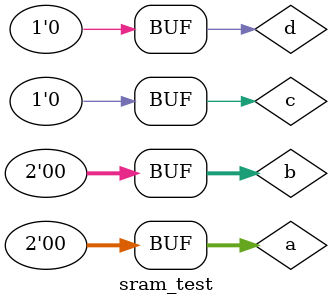
<source format=v>
module sram_test; 
reg [1:0]a; 
reg c,d; 
reg [1:0]b; 
wire [1:0]o; 
sram insta(a,b,c,d,o); 
initial begin 
a=2'b00; 
b=2'b00; 
c=1'b0; 
d=1'b0; 
repeat(256) 
begin 
#10 b=b+2'b01; 
#10 a=a+2'b01; 
#10 c=~c; 
#10 d=~d; 
end 
end
endmodule

</source>
